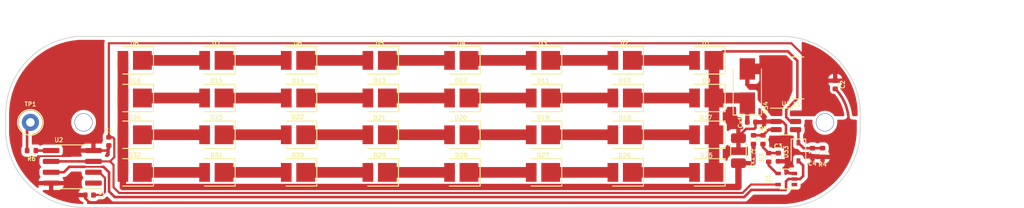
<source format=kicad_pcb>
(kicad_pcb (version 20211014) (generator pcbnew)
  (layers (0 "F.Cu" signal) (31 "B.Cu" signal) (34 "B.Paste" user) (35 "F.Paste" user) (36 "B.SilkS" user "B.Silkscreen") (37 "F.SilkS" user "F.Silkscreen") (38 "B.Mask" user) (39 "F.Mask" user) (44 "Edge.Cuts" user))
  (net 0 "")
  (net 1 "Net-(C4-Pad1)")
  (net 2 "GND")
  (net 3 "+5V")
  (net 4 "Net-(D1-Pad1)")
  (net 5 "Net-(D2-Pad1)")
  (net 6 "Net-(D3-Pad1)")
  (net 7 "Net-(D4-Pad1)")
  (net 8 "Net-(D5-Pad1)")
  (net 9 "Net-(D6-Pad1)")
  (net 10 "Net-(D14-Pad1)")
  (net 11 "Net-(D7-Pad1)")
  (net 12 "Net-(D10-Pad2)")
  (net 13 "Net-(D10-Pad1)")
  (net 14 "Net-(D11-Pad1)")
  (net 15 "Net-(D16-Pad1)")
  (net 16 "Net-(C5-Pad1)")
  (net 17 "Net-(D15-Pad1)")
  (net 18 "Net-(Cx1-Pad1)")
  (net 19 "Net-(R6-Pad2)")
  (net 21 "Net-(R6-Pad1)")
  (net 22 "Net-(C3-Pad1)")
  (net 23 "Net-(D12-Pad1)")
  (net 24 "Net-(R1-Pad2)")
  (net 26 "Net-(D13-Pad1)")
  (net 27 "Net-(D17-Pad1)")
  (net 28 "Net-(D19-Pad1)")
  (net 29 "Net-(D18-Pad1)")
  (net 30 "Net-(D21-Pad1)")
  (net 31 "Net-(D23-Pad1)")
  (net 32 "Net-(D20-Pad1)")
  (net 33 "Net-(D25-Pad1)")
  (net 34 "Net-(D22-Pad1)")
  (net 35 "Net-(D27-Pad1)")
  (net 36 "Net-(D29-Pad1)")
  (net 37 "Net-(D30-Pad1)")
  (net 38 "Net-(R3-Pad1)")
  (net 39 "Net-(D31-Pad1)")
  (net 40 "Net-(D33-Pad2)")
  (net 41 "Net-(D34-Pad2)")
  (net 42 "Net-(D28-Pad1)")
  (net 43 "Net-(D26-Pad1)")
  (footprint "LED_SMD:LED_2835" (layer "F.Cu") (at 113 49.55 180)
    (fp_text reference "D25" (at -0.016116 1.979899) (layer "F.SilkS") (effects (font (size 0.5 0.5) (thickness 0.1))))
    (fp_text value "660nm")
    (pad "1" smd rect (at 1.375 0 180) (size 1.25 2.2) (layers "F.Cu" "F.Paste" "F.Mask") (net 33 "Net-(D25-Pad1)"))
    (pad "2" smd rect (at -0.9 0 180) (size 2.2 2.2) (layers "F.Cu" "F.Paste" "F.Mask") (net 18 "Net-(Cx1-Pad1)"))
  )
  (footprint "LED_SMD:LED_2835" (layer "F.Cu") (at 65.25 36.45 180)
    (fp_text reference "D6" (at 0.017678 1.997577) (layer "F.SilkS") (effects (font (size 0.5 0.5) (thickness 0.1))))
    (fp_text value "660nm")
    (pad "1" smd rect (at 1.375 0 180) (size 1.25 2.2) (layers "F.Cu" "F.Paste" "F.Mask") (net 9 "Net-(D6-Pad1)"))
    (pad "2" smd rect (at -0.9 0 180) (size 2.2 2.2) (layers "F.Cu" "F.Paste" "F.Mask") (net 8 "Net-(D5-Pad1)"))
  )
  (footprint "Resistor_SMD:R_0402_1005Metric" (layer "F.Cu") (at 34.075 47)
    (fp_text reference "R6" (at 0 0.95) (layer "F.SilkS") (effects (font (size 0.5 0.5) (thickness 0.1))))
    (fp_text value "5k")
    (pad "1" smd roundrect (at -0.51 0) (size 0.54 0.64) (layers "F.Cu" "F.Paste" "F.Mask") (net 21 "Net-(R6-Pad1)"))
    (pad "2" smd roundrect (at 0.51 0) (size 0.54 0.64) (layers "F.Cu" "F.Paste" "F.Mask") (net 19 "Net-(R6-Pad2)"))
  )
  (footprint "LED_SMD:LED_2835" (layer "F.Cu") (at 93.9 45.15 180)
    (fp_text reference "D19" (at -0.017678 1.997577) (layer "F.SilkS") (effects (font (size 0.5 0.5) (thickness 0.1))))
    (fp_text value "660nm")
    (pad "1" smd rect (at 1.375 0 180) (size 1.25 2.2) (layers "F.Cu" "F.Paste" "F.Mask") (net 28 "Net-(D19-Pad1)"))
    (pad "2" smd rect (at -0.9 0 180) (size 2.2 2.2) (layers "F.Cu" "F.Paste" "F.Mask") (net 29 "Net-(D18-Pad1)"))
  )
  (footprint "LED_SMD:LED_2835" (layer "F.Cu") (at 113 36.45 180)
    (fp_text reference "D1" (at 0.016116 2.015254) (layer "F.SilkS") (effects (font (size 0.5 0.5) (thickness 0.1))))
    (fp_text value "660nm")
    (pad "1" smd rect (at 1.375 0 180) (size 1.25 2.2) (layers "F.Cu" "F.Paste" "F.Mask") (net 4 "Net-(D1-Pad1)"))
    (pad "2" smd rect (at -0.9 0 180) (size 2.2 2.2) (layers "F.Cu" "F.Paste" "F.Mask") (net 18 "Net-(Cx1-Pad1)"))
  )
  (footprint "Package_TO_SOT_SMD:SOT-23-6" (layer "F.Cu") (at 122.3 43.6)
    (fp_text reference "U1" (at 0.02 -2.08 180) (layer "F.SilkS") (effects (font (size 0.5 0.5) (thickness 0.1))))
    (fp_text value "MT9284")
    (pad "1" smd roundrect (at -1.1375 -0.95) (size 1.325 0.6) (layers "F.Cu" "F.Paste" "F.Mask") (net 41 "Net-(D34-Pad2)"))
    (pad "2" smd roundrect (at -1.1375 0) (size 1.325 0.6) (layers "F.Cu" "F.Paste" "F.Mask") (net 2 "GND"))
    (pad "3" smd roundrect (at -1.1375 0.95) (size 1.325 0.6) (layers "F.Cu" "F.Paste" "F.Mask") (net 24 "Net-(R1-Pad2)"))
    (pad "4" smd roundrect (at 1.1375 0.95) (size 1.325 0.6) (layers "F.Cu" "F.Paste" "F.Mask") (net 1 "Net-(C4-Pad1)"))
    (pad "5" smd roundrect (at 1.1375 0) (size 1.325 0.6) (layers "F.Cu" "F.Paste" "F.Mask") (net 18 "Net-(Cx1-Pad1)"))
    (pad "6" smd roundrect (at 1.1375 -0.95) (size 1.325 0.6) (layers "F.Cu" "F.Paste" "F.Mask") (net 3 "+5V"))
  )
  (footprint "Resistor_SMD:R_0402_1005Metric" (layer "F.Cu") (at 126.6 47.225 90)
    (fp_text reference "R4" (at -1.4 0) (layer "F.SilkS") (effects (font (size 0.5 0.5) (thickness 0.1))))
    (fp_text value "100k")
    (pad "1" smd roundrect (at -0.51 0 90) (size 0.54 0.64) (layers "F.Cu" "F.Paste" "F.Mask") (net 2 "GND"))
    (pad "2" smd roundrect (at 0.51 0 90) (size 0.54 0.64) (layers "F.Cu" "F.Paste" "F.Mask") (net 1 "Net-(C4-Pad1)"))
  )
  (footprint "Package_SO:SOIC-8_3.9x4.9mm_P1.27mm" (layer "F.Cu") (at 38.85 48.9 180)
    (fp_text reference "U2" (at 1.575 3.15) (layer "F.SilkS") (effects (font (size 0.5 0.5) (thickness 0.1))))
    (fp_text value "JL8022W-L")
    (pad "1" smd roundrect (at -2.475 -1.905 180) (size 1.95 0.6) (layers "F.Cu" "F.Paste" "F.Mask"))
    (pad "2" smd roundrect (at -2.475 -0.635 180) (size 1.95 0.6) (layers "F.Cu" "F.Paste" "F.Mask") (net 16 "Net-(C5-Pad1)"))
    (pad "3" smd roundrect (at -2.475 0.635 180) (size 1.95 0.6) (layers "F.Cu" "F.Paste" "F.Mask") (net 3 "+5V"))
    (pad "4" smd roundrect (at -2.475 1.905 180) (size 1.95 0.6) (layers "F.Cu" "F.Paste" "F.Mask") (net 2 "GND"))
    (pad "5" smd roundrect (at 2.475 1.905 180) (size 1.95 0.6) (layers "F.Cu" "F.Paste" "F.Mask") (net 19 "Net-(R6-Pad2)"))
    (pad "6" smd roundrect (at 2.475 0.635 180) (size 1.95 0.6) (layers "F.Cu" "F.Paste" "F.Mask") (net 3 "+5V"))
    (pad "7" smd roundrect (at 2.475 -0.635 180) (size 1.95 0.6) (layers "F.Cu" "F.Paste" "F.Mask") (net 40 "Net-(D33-Pad2)"))
    (pad "8" smd roundrect (at 2.475 -1.905 180) (size 1.95 0.6) (layers "F.Cu" "F.Paste" "F.Mask") (net 2 "GND"))
  )
  (footprint "LED_SMD:LED_2835" (layer "F.Cu") (at 103.45 36.45 180)
    (fp_text reference "D2" (at 0.019239 2.05061) (layer "F.SilkS") (effects (font (size 0.5 0.5) (thickness 0.1))))
    (fp_text value "660nm")
    (pad "1" smd rect (at 1.375 0 180) (size 1.25 2.2) (layers "F.Cu" "F.Paste" "F.Mask") (net 5 "Net-(D2-Pad1)"))
    (pad "2" smd rect (at -0.9 0 180) (size 2.2 2.2) (layers "F.Cu" "F.Paste" "F.Mask") (net 4 "Net-(D1-Pad1)"))
  )
  (footprint "LED_SMD:LED_2835" (layer "F.Cu") (at 113 40.85 180)
    (fp_text reference "D9" (at 0.001561 1.997577) (layer "F.SilkS") (effects (font (size 0.5 0.5) (thickness 0.1))))
    (fp_text value "660nm")
    (pad "1" smd rect (at 1.375 0 180) (size 1.25 2.2) (layers "F.Cu" "F.Paste" "F.Mask") (net 12 "Net-(D10-Pad2)"))
    (pad "2" smd rect (at -0.9 0 180) (size 2.2 2.2) (layers "F.Cu" "F.Paste" "F.Mask") (net 18 "Net-(Cx1-Pad1)"))
  )
  (footprint "LED_SMD:LED_2835" (layer "F.Cu") (at 46.15 40.85 180)
    (fp_text reference "D16" (at 0.001561 1.997577) (layer "F.SilkS") (effects (font (size 0.5 0.5) (thickness 0.1))))
    (fp_text value "660nm")
    (pad "1" smd rect (at 1.375 0 180) (size 1.25 2.2) (layers "F.Cu" "F.Paste" "F.Mask") (net 15 "Net-(D16-Pad1)"))
    (pad "2" smd rect (at -0.9 0 180) (size 2.2 2.2) (layers "F.Cu" "F.Paste" "F.Mask") (net 17 "Net-(D15-Pad1)"))
  )
  (footprint "LED_SMD:LED_2835" (layer "F.Cu") (at 74.8 45.15 180)
    (fp_text reference "D21" (at 0.017678 1.997577) (layer "F.SilkS") (effects (font (size 0.5 0.5) (thickness 0.1))))
    (fp_text value "660nm")
    (pad "1" smd rect (at 1.375 0 180) (size 1.25 2.2) (layers "F.Cu" "F.Paste" "F.Mask") (net 30 "Net-(D21-Pad1)"))
    (pad "2" smd rect (at -0.9 0 180) (size 2.2 2.2) (layers "F.Cu" "F.Paste" "F.Mask") (net 32 "Net-(D20-Pad1)"))
  )
  (footprint "LED_SMD:LED_2835" (layer "F.Cu") (at 84.35 49.55 180)
    (fp_text reference "D28" (at 0 2.015254) (layer "F.SilkS") (effects (font (size 0.5 0.5) (thickness 0.1))))
    (fp_text value "660nm")
    (pad "1" smd rect (at 1.375 0 180) (size 1.25 2.2) (layers "F.Cu" "F.Paste" "F.Mask") (net 42 "Net-(D28-Pad1)"))
    (pad "2" smd rect (at -0.9 0 180) (size 2.2 2.2) (layers "F.Cu" "F.Paste" "F.Mask") (net 35 "Net-(D27-Pad1)"))
  )
  (footprint "MountingHole:MountingHole_2.1mm" (layer "F.Cu") (at 40.19 43.69)
    (fp_text reference "H2" hide)
    (fp_text value "MountingHole" hide)
    (pad "" np_thru_hole circle (at -0.02 0.01) (size 2.1 2.1) (drill 2) (layers F&B.Cu *.Mask))
  )
  (footprint "LED_SMD:LED_2835" (layer "F.Cu") (at 103.45 40.85 180)
    (fp_text reference "D10" (at 0 2.05061) (layer "F.SilkS") (effects (font (size 0.5 0.5) (thickness 0.1))))
    (fp_text value "660nm")
    (pad "1" smd rect (at 1.375 0 180) (size 1.25 2.2) (layers "F.Cu" "F.Paste" "F.Mask") (net 13 "Net-(D10-Pad1)"))
    (pad "2" smd rect (at -0.9 0 180) (size 2.2 2.2) (layers "F.Cu" "F.Paste" "F.Mask") (net 12 "Net-(D10-Pad2)"))
  )
  (footprint "TestPoint:TestPoint_Loop_D2.50mm_Drill1.0mm" (layer "F.Cu") (at 33.95 43.7)
    (fp_text reference "TP1" (at 0 -2.125) (layer "F.SilkS") (effects (font (size 0.5 0.5) (thickness 0.1))))
    (fp_text value "TestPoint")
    (pad "1" thru_hole circle (at 0 0) (size 2 2) (drill 1) (property pad_prop_testpoint) (layers *.Cu *.Mask) (net 21 "Net-(R6-Pad1)"))
  )
  (footprint "LED_SMD:LED_2835" (layer "F.Cu") (at 93.9 36.45 180)
    (fp_text reference "D3" (at 0.019239 2.015254) (layer "F.SilkS") (effects (font (size 0.5 0.5) (thickness 0.1))))
    (fp_text value "660nm")
    (pad "1" smd rect (at 1.375 0 180) (size 1.25 2.2) (layers "F.Cu" "F.Paste" "F.Mask") (net 6 "Net-(D3-Pad1)"))
    (pad "2" smd rect (at -0.9 0 180) (size 2.2 2.2) (layers "F.Cu" "F.Paste" "F.Mask") (net 5 "Net-(D2-Pad1)"))
  )
  (footprint "LED_SMD:LED_2835" (layer "F.Cu") (at 65.25 49.55 180)
    (fp_text reference "D30" (at 0.019239 2.015254) (layer "F.SilkS") (effects (font (size 0.5 0.5) (thickness 0.1))))
    (fp_text value "660nm")
    (pad "1" smd rect (at 1.375 0 180) (size 1.25 2.2) (layers "F.Cu" "F.Paste" "F.Mask") (net 37 "Net-(D30-Pad1)"))
    (pad "2" smd rect (at -0.9 0 180) (size 2.2 2.2) (layers "F.Cu" "F.Paste" "F.Mask") (net 36 "Net-(D29-Pad1)"))
  )
  (footprint "LED_SMD:LED_2835" (layer "F.Cu") (at 74.8 36.45 180)
    (fp_text reference "D5" (at -0.008058 2.007196) (layer "F.SilkS") (effects (font (size 0.5 0.5) (thickness 0.1))))
    (fp_text value "660nm")
    (pad "1" smd rect (at 1.375 0 180) (size 1.25 2.2) (layers "F.Cu" "F.Paste" "F.Mask") (net 8 "Net-(D5-Pad1)"))
    (pad "2" smd rect (at -0.9 0 180) (size 2.2 2.2) (layers "F.Cu" "F.Paste" "F.Mask") (net 7 "Net-(D4-Pad1)"))
  )
  (footprint "LED_SMD:LED_2835" (layer "F.Cu") (at 46.15 49.55 180)
    (fp_text reference "D32" (at 0.001561 2.032932) (layer "F.SilkS") (effects (font (size 0.5 0.5) (thickness 0.1))))
    (fp_text value "660nm")
    (pad "1" smd rect (at 1.375 0 180) (size 1.25 2.2) (layers "F.Cu" "F.Paste" "F.Mask") (net 15 "Net-(D16-Pad1)"))
    (pad "2" smd rect (at -0.9 0 180) (size 2.2 2.2) (layers "F.Cu" "F.Paste" "F.Mask") (net 39 "Net-(D31-Pad1)"))
  )
  (footprint "LED_SMD:LED_2835" (layer "F.Cu") (at 103.45 45.15 180)
    (fp_text reference "D18" (at -0.017678 1.997577) (layer "F.SilkS") (effects (font (size 0.5 0.5) (thickness 0.1))))
    (fp_text value "660nm")
    (pad "1" smd rect (at 1.375 0 180) (size 1.25 2.2) (layers "F.Cu" "F.Paste" "F.Mask") (net 29 "Net-(D18-Pad1)"))
    (pad "2" smd rect (at -0.9 0 180) (size 2.2 2.2) (layers "F.Cu" "F.Paste" "F.Mask") (net 27 "Net-(D17-Pad1)"))
  )
  (footprint "Capacitor_SMD:C_0402_1005Metric" (layer "F.Cu") (at 128.075 39.3 -90)
    (fp_text reference "C2" (at -0.025 -0.875 90) (layer "F.SilkS") (effects (font (size 0.5 0.5) (thickness 0.1))))
    (fp_text value "1u")
    (pad "1" smd roundrect (at -0.48 0 270) (size 0.56 0.62) (layers "F.Cu" "F.Paste" "F.Mask") (net 3 "+5V"))
    (pad "2" smd roundrect (at 0.48 0 270) (size 0.56 0.62) (layers "F.Cu" "F.Paste" "F.Mask") (net 2 "GND"))
  )
  (footprint "LED_SMD:LED_2835" (layer "F.Cu") (at 55.7 49.55 180)
    (fp_text reference "D31" (at -0.035355 2.015254) (layer "F.SilkS") (effects (font (size 0.5 0.5) (thickness 0.1))))
    (fp_text value "660nm")
    (pad "1" smd rect (at 1.375 0 180) (size 1.25 2.2) (layers "F.Cu" "F.Paste" "F.Mask") (net 39 "Net-(D31-Pad1)"))
    (pad "2" smd rect (at -0.9 0 180) (size 2.2 2.2) (layers "F.Cu" "F.Paste" "F.Mask") (net 37 "Net-(D30-Pad1)"))
  )
  (footprint "LED_SMD:LED_2835" (layer "F.Cu") (at 74.8 49.55 180)
    (fp_text reference "D29" (at 0 2.015254) (layer "F.SilkS") (effects (font (size 0.5 0.5) (thickness 0.1))))
    (fp_text value "660nm")
    (pad "1" smd rect (at 1.375 0 180) (size 1.25 2.2) (layers "F.Cu" "F.Paste" "F.Mask") (net 36 "Net-(D29-Pad1)"))
    (pad "2" smd rect (at -0.9 0 180) (size 2.2 2.2) (layers "F.Cu" "F.Paste" "F.Mask") (net 42 "Net-(D28-Pad1)"))
  )
  (footprint "LED_SMD:LED_2835" (layer "F.Cu") (at 84.35 36.45 180)
    (fp_text reference "D4" (at 0.019239 2.015254) (layer "F.SilkS") (effects (font (size 0.5 0.5) (thickness 0.1))))
    (fp_text value "660nm")
    (pad "1" smd rect (at 1.375 0 180) (size 1.25 2.2) (layers "F.Cu" "F.Paste" "F.Mask") (net 7 "Net-(D4-Pad1)"))
    (pad "2" smd rect (at -0.9 0 180) (size 2.2 2.2) (layers "F.Cu" "F.Paste" "F.Mask") (net 6 "Net-(D3-Pad1)"))
  )
  (footprint "LED_SMD:LED_2835" (layer "F.Cu") (at 93.9 40.85 180)
    (fp_text reference "D11" (at -0.035355 2.015254) (layer "F.SilkS") (effects (font (size 0.5 0.5) (thickness 0.1))))
    (fp_text value "660nm")
    (pad "1" smd rect (at 1.375 0 180) (size 1.25 2.2) (layers "F.Cu" "F.Paste" "F.Mask") (net 14 "Net-(D11-Pad1)"))
    (pad "2" smd rect (at -0.9 0 180) (size 2.2 2.2) (layers "F.Cu" "F.Paste" "F.Mask") (net 13 "Net-(D10-Pad1)"))
  )
  (footprint "LED_SMD:LED_2835" (layer "F.Cu") (at 84.35 45.15 180)
    (fp_text reference "D20" (at 0.053033 1.997577) (layer "F.SilkS") (effects (font (size 0.5 0.5) (thickness 0.1))))
    (fp_text value "660nm")
    (pad "1" smd rect (at 1.375 0 180) (size 1.25 2.2) (layers "F.Cu" "F.Paste" "F.Mask") (net 32 "Net-(D20-Pad1)"))
    (pad "2" smd rect (at -0.9 0 180) (size 2.2 2.2) (layers "F.Cu" "F.Paste" "F.Mask") (net 28 "Net-(D19-Pad1)"))
  )
  (footprint "Resistor_SMD:R_1206_3216Metric" (layer "F.Cu") (at 116.76 47.01 -90)
    (fp_text reference "Rx1" (at 1.43 -1.6 90) (layer "F.SilkS") (effects (font (size 0.5 0.5) (thickness 0.1))))
    (fp_text value "100m")
    (pad "1" smd roundrect (at -1.4625 0 270) (size 1.125 1.75) (layers "F.Cu" "F.Paste" "F.Mask") (roundrect_rratio 0.222222) (net 2 "GND"))
    (pad "2" smd roundrect (at 1.4625 0 270) (size 1.125 1.75) (layers "F.Cu" "F.Paste" "F.Mask") (roundrect_rratio 0.222222) (net 15 "Net-(D16-Pad1)"))
  )
  (footprint "LED_SMD:LED_2835" (layer "F.Cu") (at 55.7 45.15 180)
    (fp_text reference "D23" (at 0 2.015254) (layer "F.SilkS") (effects (font (size 0.5 0.5) (thickness 0.1))))
    (fp_text value "660nm")
    (pad "1" smd rect (at 1.375 0 180) (size 1.25 2.2) (layers "F.Cu" "F.Paste" "F.Mask") (net 31 "Net-(D23-Pad1)"))
    (pad "2" smd rect (at -0.9 0 180) (size 2.2 2.2) (layers "F.Cu" "F.Paste" "F.Mask") (net 34 "Net-(D22-Pad1)"))
  )
  (footprint "Package_TO_SOT_SMD:SOT-353_SC-70-5" (layer "F.Cu") (at 122.35 50.325 180)
    (fp_text reference "U3" (at 2.1 -0.025 90) (layer "F.SilkS") (effects (font (size 0.5 0.5) (thickness 0.1))))
    (fp_text value "74LVC1G04")
    (pad "1" smd rect locked (at -0.95 -0.65 180) (size 0.65 0.4) (layers "F.Cu" "F.Paste" "F.Mask"))
    (pad "2" smd rect locked (at -0.95 0 180) (size 0.65 0.4) (layers "F.Cu" "F.Paste" "F.Mask") (net 40 "Net-(D33-Pad2)"))
    (pad "3" smd rect locked (at -0.95 0.65 180) (size 0.65 0.4) (layers "F.Cu" "F.Paste" "F.Mask") (net 2 "GND"))
    (pad "4" smd rect locked (at 0.95 0.65 180) (size 0.65 0.4) (layers "F.Cu" "F.Paste" "F.Mask") (net 38 "Net-(R3-Pad1)"))
    (pad "5" smd rect locked (at 0.95 -0.65 180) (size 0.65 0.4) (layers "F.Cu" "F.Paste" "F.Mask") (net 3 "+5V"))
  )
  (footprint "LED_SMD:LED_2835" (layer "F.Cu") (at 65.25 40.85 180)
    (fp_text reference "D14" (at 0 2.015254) (layer "F.SilkS") (effects (font (size 0.5 0.5) (thickness 0.1))))
    (fp_text value "660nm")
    (pad "1" smd rect (at 1.375 0 180) (size 1.25 2.2) (layers "F.Cu" "F.Paste" "F.Mask") (net 10 "Net-(D14-Pad1)"))
    (pad "2" smd rect (at -0.9 0 180) (size 2.2 2.2) (layers "F.Cu" "F.Paste" "F.Mask") (net 26 "Net-(D13-Pad1)"))
  )
  (footprint "Capacitor_SMD:C_0402_1005Metric" (layer "F.Cu") (at 125.425 47.2 -90)
    (fp_text reference "C4" (at 1.3 0.025) (layer "F.SilkS") (effects (font (size 0.5 0.5) (thickness 0.1))))
    (fp_text value "1n")
    (pad "1" smd roundrect (at -0.48 0 270) (size 0.56 0.62) (layers "F.Cu" "F.Paste" "F.Mask") (net 1 "Net-(C4-Pad1)"))
    (pad "2" smd roundrect (at 0.48 0 270) (size 0.56 0.62) (layers "F.Cu" "F.Paste" "F.Mask") (net 2 "GND"))
  )
  (footprint "LED_SMD:LED_2835" (layer "F.Cu") (at 74.8 40.85 180)
    (fp_text reference "D13" (at 0.001561 2.032932) (layer "F.SilkS") (effects (font (size 0.5 0.5) (thickness 0.1))))
    (fp_text value "660nm")
    (pad "1" smd rect (at 1.375 0 180) (size 1.25 2.2) (layers "F.Cu" "F.Paste" "F.Mask") (net 26 "Net-(D13-Pad1)"))
    (pad "2" smd rect (at -0.9 0 180) (size 2.2 2.2) (layers "F.Cu" "F.Paste" "F.Mask") (net 23 "Net-(D12-Pad1)"))
  )
  (footprint "LED_SMD:LED_2835" (layer "F.Cu") (at 103.45 49.55 180)
    (fp_text reference "D26" (at 0 1.979899) (layer "F.SilkS") (effects (font (size 0.5 0.5) (thickness 0.1))))
    (fp_text value "660nm")
    (pad "1" smd rect (at 1.375 0 180) (size 1.25 2.2) (layers "F.Cu" "F.Paste" "F.Mask") (net 43 "Net-(D26-Pad1)"))
    (pad "2" smd rect (at -0.9 0 180) (size 2.2 2.2) (layers "F.Cu" "F.Paste" "F.Mask") (net 33 "Net-(D25-Pad1)"))
  )
  (footprint "Inductor_SMD:L_0530_custom" (layer "F.Cu") (at 123.625 38.6 180)
    (fp_text reference "L1" (at 0.01 -2.97) (layer "F.SilkS") (effects (font (size 0.5 0.5) (thickness 0.1))))
    (fp_text value "L_Ferrite_Small")
    (pad "1" smd rect (at -2 0 180) (size 2.9 2.75) (layers "F.Cu" "F.Paste" "F.Mask") (net 3 "+5V"))
    (pad "2" smd rect (at 2 0 180) (size 2.9 2.75) (layers "F.Cu" "F.Paste" "F.Mask") (net 41 "Net-(D34-Pad2)"))
  )
  (footprint "LED_SMD:LED_2835" (layer "F.Cu") (at 93.9 49.55 180)
    (fp_text reference "D27" (at 0.001561 1.997577) (layer "F.SilkS") (effects (font (size 0.5 0.5) (thickness 0.1))))
    (fp_text value "660nm")
    (pad "1" smd rect (at 1.375 0 180) (size 1.25 2.2) (layers "F.Cu" "F.Paste" "F.Mask") (net 35 "Net-(D27-Pad1)"))
    (pad "2" smd rect (at -0.9 0 180) (size 2.2 2.2) (layers "F.Cu" "F.Paste" "F.Mask") (net 43 "Net-(D26-Pad1)"))
  )
  (footprint "LED_SMD:LED_2835" (layer "F.Cu") (at 55.7 40.85 180)
    (fp_text reference "D15" (at -0.001561 2.032932) (layer "F.SilkS") (effects (font (size 0.5 0.5) (thickness 0.1))))
    (fp_text value "660nm")
    (pad "1" smd rect (at 1.375 0 180) (size 1.25 2.2) (layers "F.Cu" "F.Paste" "F.Mask") (net 17 "Net-(D15-Pad1)"))
    (pad "2" smd rect (at -0.9 0 180) (size 2.2 2.2) (layers "F.Cu" "F.Paste" "F.Mask") (net 10 "Net-(D14-Pad1)"))
  )
  (footprint "LED_SMD:LED_2835" (layer "F.Cu") (at 113 45.15 180)
    (fp_text reference "D17" (at 0.035355 2.015254) (layer "F.SilkS") (effects (font (size 0.5 0.5) (thickness 0.1))))
    (fp_text value "660nm")
    (pad "1" smd rect (at 1.375 0 180) (size 1.25 2.2) (layers "F.Cu" "F.Paste" "F.Mask") (net 27 "Net-(D17-Pad1)"))
    (pad "2" smd rect (at -0.9 0 180) (size 2.2 2.2) (layers "F.Cu" "F.Paste" "F.Mask") (net 18 "Net-(Cx1-Pad1)"))
  )
  (footprint "Diode_SMD:D_SMA" (layer "F.Cu") (at 117.8 39.45 90)
    (fp_text reference "D34" (at -2.525 2.15 90) (layer "F.SilkS") (effects (font (size 0.5 0.5) (thickness 0.1))))
    (fp_text value "SS14")
    (pad "1" smd rect (at -2 0 90) (size 2.5 1.8) (layers "F.Cu" "F.Paste" "F.Mask") (net 18 "Net-(Cx1-Pad1)"))
    (pad "2" smd rect (at 2 0 90) (size 2.5 1.8) (layers "F.Cu" "F.Paste" "F.Mask") (net 41 "Net-(D34-Pad2)"))
  )
  (footprint "Capacitor_SMD:C_0402_1005Metric" (layer "F.Cu") (at 43.125 45.925 90)
    (fp_text reference "C1" (at 1.275 0) (layer "F.SilkS") (effects (font (size 0.5 0.5) (thickness 0.1))))
    (fp_text value "1u")
    (pad "1" smd roundrect (at -0.48 0 90) (size 0.56 0.62) (layers "F.Cu" "F.Paste" "F.Mask") (net 2 "GND"))
    (pad "2" smd roundrect (at 0.48 0 90) (size 0.56 0.62) (layers "F.Cu" "F.Paste" "F.Mask") (net 3 "+5V"))
  )
  (footprint "LED_SMD:LED_2835" (layer "F.Cu") (at 46.15 36.45 180)
    (fp_text reference "D8" (at 0.016116 2.015254) (layer "F.SilkS") (effects (font (size 0.5 0.5) (thickness 0.1))))
    (fp_text value "660nm")
    (pad "1" smd rect (at 1.375 0 180) (size 1.25 2.2) (layers "F.Cu" "F.Paste" "F.Mask") (net 15 "Net-(D16-Pad1)"))
    (pad "2" smd rect (at -0.9 0 180) (size 2.2 2.2) (layers "F.Cu" "F.Paste" "F.Mask") (net 11 "Net-(D7-Pad1)"))
  )
  (footprint "Resistor_SMD:R_0402_1005Metric" (layer "F.Cu") (at 119.63 45.725 -90)
    (fp_text reference "R2" (at -1.25 -0.025) (layer "F.SilkS") (effects (font (size 0.5 0.5) (thickness 0.1))))
    (fp_text value "10k")
    (pad "1" smd roundrect (at -0.51 0 270) (size 0.54 0.64) (layers "F.Cu" "F.Paste" "F.Mask") (net 24 "Net-(R1-Pad2)"))
    (pad "2" smd roundrect (at 0.51 0 270) (size 0.54 0.64) (layers "F.Cu" "F.Paste" "F.Mask") (net 22 "Net-(C3-Pad1)"))
  )
  (footprint "Resistor_SMD:R_0402_1005Metric" (layer "F.Cu") (at 118.52 45.725 90)
    (fp_text reference "R1" (at -1.375 0.01 180) (layer "F.SilkS") (effects (font (size 0.5 0.5) (thickness 0.1))))
    (fp_text value "5k")
    (pad "1" smd roundrect (at -0.51 0 90) (size 0.54 0.64) (layers "F.Cu" "F.Paste" "F.Mask") (net 15 "Net-(D16-Pad1)"))
    (pad "2" smd roundrect (at 0.51 0 90) (size 0.54 0.64) (layers "F.Cu" "F.Paste" "F.Mask") (net 24 "Net-(R1-Pad2)"))
  )
  (footprint "Capacitor_SMD:C_0402_1005Metric" (layer "F.Cu") (at 118.275 43.675)
    (fp_text reference "Cx1" (at -1.275 0.025 90) (layer "F.SilkS") (effects (font (size 0.5 0.5) (thickness 0.1))))
    (fp_text value "1u")
    (pad "1" smd roundrect (at -0.48 0) (size 0.56 0.62) (layers "F.Cu" "F.Paste" "F.Mask") (net 18 "Net-(Cx1-Pad1)"))
    (pad "2" smd roundrect (at 0.48 0) (size 0.56 0.62) (layers "F.Cu" "F.Paste" "F.Mask") (net 2 "GND"))
  )
  (footprint "Resistor_SMD:R_0402_1005Metric" (layer "F.Cu") (at 120.3 47.8 90)
    (fp_text reference "R3" (at 0.01 -0.8 90) (layer "F.SilkS") (effects (font (size 0.5 0.5) (thickness 0.1))))
    (fp_text value "10k")
    (pad "1" smd roundrect (at -0.51 0 90) (size 0.54 0.64) (layers "F.Cu" "F.Paste" "F.Mask") (net 38 "Net-(R3-Pad1)"))
    (pad "2" smd roundrect (at 0.51 0 90) (size 0.54 0.64) (layers "F.Cu" "F.Paste" "F.Mask") (net 22 "Net-(C3-Pad1)"))
  )
  (footprint "Capacitor_SMD:C_0402_1005Metric" (layer "F.Cu") (at 121.425 47.775 -90)
    (fp_text reference "C3" (at -1.275 0.025) (layer "F.SilkS") (effects (font (size 0.5 0.5) (thickness 0.1))))
    (fp_text value "1u")
    (pad "1" smd roundrect (at -0.48 0 270) (size 0.56 0.62) (layers "F.Cu" "F.Paste" "F.Mask") (net 22 "Net-(C3-Pad1)"))
    (pad "2" smd roundrect (at 0.48 0 270) (size 0.56 0.62) (layers "F.Cu" "F.Paste" "F.Mask") (net 2 "GND"))
  )
  (footprint "LED_SMD:LED_2835" (layer "F.Cu") (at 46.15 45.15 180)
    (fp_text reference "D24" (at -0.016116 1.979899) (layer "F.SilkS") (effects (font (size 0.5 0.5) (thickness 0.1))))
    (fp_text value "660nm")
    (pad "1" smd rect (at 1.375 0 180) (size 1.25 2.2) (layers "F.Cu" "F.Paste" "F.Mask") (net 15 "Net-(D16-Pad1)"))
    (pad "2" smd rect (at -0.9 0 180) (size 2.2 2.2) (layers "F.Cu" "F.Paste" "F.Mask") (net 31 "Net-(D23-Pad1)"))
  )
  (footprint "Capacitor_SMD:C_0402_1005Metric" (layer "F.Cu") (at 40.85 52.2 180)
    (fp_text reference "C5" (at -1.425 0 90) (layer "F.SilkS") (effects (font (size 0.5 0.5) (thickness 0.1))))
    (fp_text value "10n")
    (pad "1" smd roundrect (at -0.48 0 180) (size 0.56 0.62) (layers "F.Cu" "F.Paste" "F.Mask") (net 16 "Net-(C5-Pad1)"))
    (pad "2" smd roundrect (at 0.48 0 180) (size 0.56 0.62) (layers "F.Cu" "F.Paste" "F.Mask") (net 2 "GND"))
  )
  (footprint "LED_SMD:LED_2835" (layer "F.Cu") (at 84.35 40.85 180)
    (fp_text reference "D12" (at 0.035355 2.05061) (layer "F.SilkS") (effects (font (size 0.5 0.5) (thickness 0.1))))
    (fp_text value "660nm")
    (pad "1" smd rect (at 1.375 0 180) (size 1.25 2.2) (layers "F.Cu" "F.Paste" "F.Mask") (net 23 "Net-(D12-Pad1)"))
    (pad "2" smd rect (at -0.9 0 180) (size 2.2 2.2) (layers "F.Cu" "F.Paste" "F.Mask") (net 14 "Net-(D11-Pad1)"))
  )
  (footprint "MountingHole:MountingHole_2.1mm" (layer "F.Cu") (at 126.87 43.7)
    (fp_text reference "H1" hide)
    (fp_text value "MountingHole" hide)
    (pad "" np_thru_hole circle (at 0 0) (size 2.1 2.1) (drill 2) (layers F&B.Cu *.Mask))
  )
  (footprint "Diode_SMD:D_SOD-323" (layer "F.Cu") (at 123.775 47.15 -90)
    (fp_text reference "D33" (at 0 1.455 90) (layer "F.SilkS") (effects (font (size 0.5 0.5) (thickness 0.1))))
    (fp_text value "1N4148WS")
    (pad "1" smd rect (at -1.05 0 270) (size 0.6 0.45) (layers "F.Cu" "F.Paste" "F.Mask") (net 1 "Net-(C4-Pad1)"))
    (pad "2" smd rect (at 1.05 0 270) (size 0.6 0.45) (layers "F.Cu" "F.Paste" "F.Mask") (net 40 "Net-(D33-Pad2)"))
  )
  (footprint "LED_SMD:LED_2835" (layer "F.Cu") (at 65.25 45.15 180)
    (fp_text reference "D22" (at 0.033794 2.068287) (layer "F.SilkS") (effects (font (size 0.5 0.5) (thickness 0.1))))
    (fp_text value "660nm")
    (pad "1" smd rect (at 1.375 0 180) (size 1.25 2.2) (layers "F.Cu" "F.Paste" "F.Mask") (net 34 "Net-(D22-Pad1)"))
    (pad "2" smd rect (at -0.9 0 180) (size 2.2 2.2) (layers "F.Cu" "F.Paste" "F.Mask") (net 30 "Net-(D21-Pad1)"))
  )
  (footprint "LED_SMD:LED_2835" (layer "F.Cu") (at 55.7 36.45 180)
    (fp_text reference "D7" (at 0.019239 1.979899) (layer "F.SilkS") (effects (font (size 0.5 0.5) (thickness 0.1))))
    (fp_text value "660nm")
    (pad "1" smd rect (at 1.375 0 180) (size 1.25 2.2) (layers "F.Cu" "F.Paste" "F.Mask") (net 11 "Net-(D7-Pad1)"))
    (pad "2" smd rect (at -0.9 0 180) (size 2.2 2.2) (layers "F.Cu" "F.Paste" "F.Mask") (net 9 "Net-(D6-Pad1)"))
  )
  (gr_arc (start 122.1 33.650001) (mid 128.221885 36.219794) (end 131 42.25) (layer "Edge.Cuts") (width 0.1))
  (gr_line (start 31.06 42.55) (end 31.06 45.07) (layer "Edge.Cuts") (width 0.1))
  (gr_line (start 122.400001 53.628115) (end 39.96 53.649999) (layer "Edge.Cuts") (width 0.1))
  (gr_line (start 39.659999 33.65) (end 122.1 33.650001) (layer "Edge.Cuts") (width 0.1))
  (gr_line (start 131 42.25) (end 131 44.728115) (layer "Edge.Cuts") (width 0.1))
  (gr_arc (start 39.96 53.649999) (mid 33.844874 51.087228) (end 31.06 45.07) (layer "Edge.Cuts") (width 0.1))
  (gr_arc (start 131 44.728115) (mid 128.430207 50.85) (end 122.400001 53.628115) (layer "Edge.Cuts") (width 0.1))
  (gr_arc (start 31.06 42.55) (mid 33.629793 36.428115) (end 39.659999 33.65) (layer "Edge.Cuts") (width 0.1))
  (segment (start 124.395 46.72) (end 125.425 46.72) (width 0.3) (layer "F.Cu") (net 1))
  (segment (start 123.4375 44.55) (end 123.775 44.8875) (width 0.3) (layer "F.Cu") (net 1))
  (segment (start 123.775 46.1) (end 124.395 46.72) (width 0.3) (layer "F.Cu") (net 1))
  (segment (start 125.425 46.72) (end 126.595 46.72) (width 0.3) (layer "F.Cu") (net 1))
  (segment (start 126.595 46.72) (end 126.6 46.715) (width 0.3) (layer "F.Cu") (net 1))
  (segment (start 123.775 44.8875) (end 123.775 46.1) (width 0.3) (layer "F.Cu") (net 1))
  (segment (start 121.1625 43.6) (end 121.9 43.6) (width 0.3) (layer "F.Cu") (net 2))
  (segment (start 127.039462 47.735) (end 126.6 47.735) (width 0.3) (layer "F.Cu") (net 2))
  (segment (start 38.625 47.65) (end 39.28 46.995) (width 0.2) (layer "F.Cu") (net 2))
  (segment (start 34.825 50.805) (end 36.375 50.805) (width 0.2) (layer "F.Cu") (net 2))
  (segment (start 118.62 44.46) (end 118.755 44.325) (width 0.3) (layer "F.Cu") (net 2))
  (segment (start 122.32 49.245) (end 122.75 49.675) (width 0.3) (layer "F.Cu") (net 2))
  (segment (start 122.625 47.205) (end 122.74 47.32) (width 0.3) (layer "F.Cu") (net 2))
  (segment (start 39.4 52.2) (end 40.37 52.2) (width 0.3) (layer "F.Cu") (net 2))
  (segment (start 122.74 47.32) (end 125.065 47.32) (width 0.3) (layer "F.Cu") (net 2))
  (segment (start 128.341852 47.083147) (end 128.15 47.275) (width 0.3) (layer "F.Cu") (net 2))
  (segment (start 122.32 46.9) (end 122.625 47.205) (width 0.3) (layer "F.Cu") (net 2))
  (segment (start 43.125 46.775) (end 42.9 47) (width 0.3) (layer "F.Cu") (net 2))
  (segment (start 129.65 43.582386) (end 129.65 43.925) (width 0.3) (layer "F.Cu") (net 2))
  (segment (start 34.825 47.65) (end 38.625 47.65) (width 0.2) (layer "F.Cu") (net 2))
  (segment (start 39.28 46.995) (end 41.325 46.995) (width 0.2) (layer "F.Cu") (net 2))
  (segment (start 40.9 53.1) (end 122.137564 53.1) (width 0.3) (layer "F.Cu") (net 2))
  (segment (start 117.65 44.46) (end 118.62 44.46) (width 0.3) (layer "F.Cu") (net 2))
  (segment (start 125.425 49.3883) (end 125.425 47.68) (width 0.3) (layer "F.Cu") (net 2))
  (segment (start 41.33 47) (end 41.325 46.995) (width 0.3) (layer "F.Cu") (net 2))
  (segment (start 122.295 48.255) (end 122.32 48.23) (width 0.3) (layer "F.Cu") (net 2))
  (segment (start 40.37 52.2) (end 40.37 52.57) (width 0.3) (layer "F.Cu") (net 2))
  (segment (start 118.755 44.325) (end 118.755 43.675) (width 0.3) (layer "F.Cu") (net 2))
  (segment (start 125.065 47.32) (end 125.425 47.68) (width 0.3) (layer "F.Cu") (net 2))
  (segment (start 116.76 45.35) (end 117.65 44.46) (width 0.3) (layer "F.Cu") (net 2))
  (segment (start 126.6 47.735) (end 125.48 47.735) (width 0.3) (layer "F.Cu") (net 2))
  (segment (start 42.9 47) (end 41.33 47) (width 0.3) (layer "F.Cu") (net 2))
  (segment (start 121.425 48.255) (end 122.295 48.255) (width 0.3) (layer "F.Cu") (net 2))
  (segment (start 121.9 43.6) (end 122.32 44.02) (width 0.3) (layer "F.Cu") (net 2))
  (segment (start 116.76 45.5475) (end 116.76 45.35) (width 0.3) (layer "F.Cu") (net 2))
  (segment (start 122.32 44.02) (end 122.32 46.9) (width 0.3) (layer "F.Cu") (net 2))
  (segment (start 125.48 47.735) (end 125.425 47.68) (width 0.3) (layer "F.Cu") (net 2))
  (segment (start 122.32 48.23) (end 122.32 49.245) (width 0.3) (layer "F.Cu") (net 2))
  (segment (start 43.125 46.405) (end 43.125 46.775) (width 0.3) (layer "F.Cu") (net 2))
  (segment (start 122.32 46.9) (end 122.32 48.23) (width 0.3) (layer "F.Cu") (net 2))
  (segment (start 40.37 52.57) (end 40.9 53.1) (width 0.3) (layer "F.Cu") (net 2))
  (segment (start 34.825 50.805) (end 34.825 47.65) (width 0.2) (layer "F.Cu") (net 2))
  (segment (start 118.755 43.675) (end 121.0875 43.675) (width 0.3) (layer "F.Cu") (net 2))
  (segment (start 121.0875 43.675) (end 121.1625 43.6) (width 0.3) (layer "F.Cu") (net 2))
  (segment (start 36.375 50.805) (end 38.005 50.805) (width 0.3) (layer "F.Cu") (net 2))
  (segment (start 38.005 50.805) (end 39.4 52.2) (width 0.3) (layer "F.Cu") (net 2))
  (segment (start 122.75 49.675) (end 123.3 49.675) (width 0.3) (layer "F.Cu") (net 2))
  (arc (start 128.075 39.78) (mid 129.240671 41.52455) (end 129.65 43.582386) (width 0.3) (layer "F.Cu") (net 2))
  (arc (start 124.25 52.225) (mid 125.119628 50.923511) (end 125.425 49.3883) (width 0.3) (layer "F.Cu") (net 2))
  (arc (start 128.15 47.275) (mid 127.640481 47.61545) (end 127.039462 47.735) (width 0.3) (layer "F.Cu") (net 2))
  (arc (start 122.137564 53.1) (mid 123.280806 52.872595) (end 124.25 52.225) (width 0.3) (layer "F.Cu") (net 2))
  (arc (start 129.65 43.925) (mid 129.310024 45.634177) (end 128.341852 47.083147) (width 0.3) (layer "F.Cu") (net 2))
  (segment (start 43.125 45.445) (end 43.57 45.445) (width 0.25) (layer "F.Cu") (net 3))
  (segment (start 118.225 50.975) (end 117.24048 51.95952) (width 0.25) (layer "F.Cu") (net 3))
  (segment (start 43.125 45.445) (end 43.125 34.45) (width 0.25) (layer "F.Cu") (net 3))
  (segment (start 121.4 50.975) (end 118.225 50.975) (width 0.25) (layer "F.Cu") (net 3))
  (segment (start 41.325 48.265) (end 39.66 48.265) (width 0.3) (layer "F.Cu") (net 3))
  (segment (start 43.75952 45.63452) (end 43.75952 47.77048) (width 0.25) (layer "F.Cu") (net 3))
  (segment (start 123.4375 42.65) (end 123.99 42.65) (width 0.3) (layer "F.Cu") (net 3))
  (segment (start 43.75952 47.77048) (end 43.265 48.265) (width 0.25) (layer "F.Cu") (net 3))
  (segment (start 43.675 48.675) (end 43.265 48.265) (width 0.25) (layer "F.Cu") (net 3))
  (segment (start 39.66 48.265) (end 38.09 48.265) (width 0.3) (layer "F.Cu") (net 3))
  (segment (start 117.24048 51.95952) (end 44.33452 51.95952) (width 0.25) (layer "F.Cu") (net 3))
  (segment (start 122.95 34.45) (end 125.625 37.125) (width 0.25) (layer "F.Cu") (net 3))
  (segment (start 123.99 42.65) (end 125.625 41.015) (width 0.3) (layer "F.Cu") (net 3))
  (segment (start 125.625 37.125) (end 125.625 38.6) (width 0.25) (layer "F.Cu") (net 3))
  (segment (start 43.675 51.3) (end 43.675 48.675) (width 0.25) (layer "F.Cu") (net 3))
  (segment (start 38.09 48.265) (end 36.375 48.265) (width 0.3) (layer "F.Cu") (net 3))
  (segment (start 43.265 48.265) (end 41.325 48.265) (width 0.25) (layer "F.Cu") (net 3))
  (segment (start 128.075 38.82) (end 126.156126 38.82) (width 0.3) (layer "F.Cu") (net 3))
  (segment (start 125.625 41.015) (end 125.625 38.6) (width 0.3) (layer "F.Cu") (net 3))
  (segment (start 43.57 45.445) (end 43.75952 45.63452) (width 0.25) (layer "F.Cu") (net 3))
  (segment (start 44.33452 51.95952) (end 43.675 51.3) (width 0.25) (layer "F.Cu") (net 3))
  (segment (start 43.125 34.45) (end 122.95 34.45) (width 0.25) (layer "F.Cu") (net 3))
  (arc (start 126.156126 38.82) (mid 125.868683 38.762824) (end 125.625 38.6) (width 0.3) (layer "F.Cu") (net 3))
  (segment (start 104.35 36.45) (end 111.625 36.45) (width 1.25) (layer "F.Cu") (net 4))
  (segment (start 94.8 36.45) (end 102.075 36.45) (width 1.25) (layer "F.Cu") (net 5))
  (segment (start 85.25 36.45) (end 92.525 36.45) (width 1.25) (layer "F.Cu") (net 6))
  (segment (start 75.7 36.45) (end 82.975 36.45) (width 1.25) (layer "F.Cu") (net 7))
  (segment (start 66.15 36.45) (end 73.425 36.45) (width 1.25) (layer "F.Cu") (net 8))
  (segment (start 56.6 36.45) (end 63.875 36.45) (width 1.25) (layer "F.Cu") (net 9))
  (segment (start 56.6 40.85) (end 63.875 40.85) (width 1.25) (layer "F.Cu") (net 10))
  (segment (start 47.05 36.45) (end 54.325 36.45) (width 1.25) (layer "F.Cu") (net 11))
  (segment (start 104.35 40.85) (end 111.625 40.85) (width 1.25) (layer "F.Cu") (net 12))
  (segment (start 94.8 40.85) (end 102.075 40.85) (width 1.25) (layer "F.Cu") (net 13))
  (segment (start 85.25 40.85) (end 92.525 40.85) (width 1.25) (layer "F.Cu") (net 14))
  (segment (start 44.775 51.26) (end 44.775 49.55) (width 0.75) (layer "F.Cu") (net 15))
  (segment (start 116.76 48.47) (end 116.76 48.4725) (width 0.5) (layer "F.Cu") (net 15))
  (segment (start 116.76 48.4725) (end 116.76 51.26) (width 0.75) (layer "F.Cu") (net 15))
  (segment (start 118.52 46.235) (end 118.52 48.47) (width 0.5) (layer "F.Cu") (net 15))
  (segment (start 116.76 51.26) (end 44.775 51.26) (width 0.75) (layer "F.Cu") (net 15))
  (segment (start 44.775 40.85) (end 44.775 45.15) (width 1.25) (layer "F.Cu") (net 15))
  (segment (start 118.52 48.47) (end 116.76 48.47) (width 0.5) (layer "F.Cu") (net 15))
  (segment (start 44.775 36.45) (end 44.775 40.85) (width 1.25) (layer "F.Cu") (net 15))
  (segment (start 44.775 45.15) (end 44.775 49.55) (width 1.25) (layer "F.Cu") (net 15))
  (segment (start 41.355 52.175) (end 41.33 52.2) (width 0.25) (layer "F.Cu") (net 16))
  (segment (start 41.325 49.535) (end 42.01 49.535) (width 0.25) (layer "F.Cu") (net 16))
  (segment (start 42.01 49.535) (end 42.675 50.2) (width 0.25) (layer "F.Cu") (net 16))
  (segment (start 42.325 52.175) (end 41.355 52.175) (width 0.25) (layer "F.Cu") (net 16))
  (segment (start 42.675 50.2) (end 42.675 51.825) (width 0.25) (layer "F.Cu") (net 16))
  (segment (start 42.675 51.825) (end 42.325 52.175) (width 0.25) (layer "F.Cu") (net 16))
  (segment (start 47.05 40.85) (end 54.325 40.85) (width 1.25) (layer "F.Cu") (net 17))
  (segment (start 122.55 35.4) (end 114.95 35.4) (width 0.3) (layer "F.Cu") (net 18))
  (segment (start 123.65 40.9) (end 123.65 36.5) (width 0.3) (layer "F.Cu") (net 18))
  (segment (start 114.95 35.4) (end 113.9 36.45) (width 0.3) (layer "F.Cu") (net 18))
  (segment (start 113.9 40.85) (end 113.9 45.15) (width 1.25) (layer "F.Cu") (net 18))
  (segment (start 113.9 40.85) (end 117.2 40.85) (width 1.25) (layer "F.Cu") (net 18))
  (segment (start 117.795 43.675) (end 117.795 41.455) (width 0.5) (layer "F.Cu") (net 18))
  (segment (start 122.35 43.1) (end 122.35 42.2) (width 0.3) (layer "F.Cu") (net 18))
  (segment (start 123.65 36.5) (end 122.55 35.4) (width 0.3) (layer "F.Cu") (net 18))
  (segment (start 117.795 41.455) (end 117.8 41.45) (width 0.5) (layer "F.Cu") (net 18))
  (segment (start 122.35 42.2) (end 123.65 40.9) (width 0.3) (layer "F.Cu") (net 18))
  (segment (start 122.85 43.6) (end 122.35 43.1) (width 0.3) (layer "F.Cu") (net 18))
  (segment (start 113.9 45.15) (end 113.9 49.55) (width 1.25) (layer "F.Cu") (net 18))
  (segment (start 117.2 40.85) (end 117.8 41.45) (width 1.25) (layer "F.Cu") (net 18))
  (segment (start 113.9 36.45) (end 113.9 40.85) (width 1.25) (layer "F.Cu") (net 18))
  (segment (start 123.4375 43.6) (end 122.85 43.6) (width 0.3) (layer "F.Cu") (net 18))
  (segment (start 34.585 47) (end 36.362929 47) (width 0.3) (layer "F.Cu") (net 19))
  (arc (start 36.362929 47) (mid 36.369462 46.9987) (end 36.375 46.995) (width 0.3) (layer "F.Cu") (net 19))
  (segment (start 33.565 47) (end 33.565 44.629472) (width 0.3) (layer "F.Cu") (net 21))
  (arc (start 33.565 44.629472) (mid 33.665058 44.126446) (end 33.95 43.7) (width 0.3) (layer "F.Cu") (net 21))
  (segment (start 119.63 46.235) (end 119.63 46.62) (width 0.3) (layer "F.Cu") (net 22))
  (segment (start 120.3 47.29) (end 121.42 47.29) (width 0.3) (layer "F.Cu") (net 22))
  (segment (start 121.42 47.29) (end 121.425 47.295) (width 0.3) (layer "F.Cu") (net 22))
  (segment (start 119.63 46.62) (end 120.3 47.29) (width 0.3) (layer "F.Cu") (net 22))
  (segment (start 75.7 40.85) (end 82.975 40.85) (width 1.25) (layer "F.Cu") (net 23))
  (segment (start 119.63 45.215) (end 118.52 45.215) (width 0.3) (layer "F.Cu") (net 24))
  (segment (start 120.295 44.55) (end 119.63 45.215) (width 0.3) (layer "F.Cu") (net 24))
  (segment (start 121.1625 44.55) (end 120.295 44.55) (width 0.3) (layer "F.Cu") (net 24))
  (segment (start 66.15 40.85) (end 73.425 40.85) (width 1.25) (layer "F.Cu") (net 26))
  (segment (start 104.35 45.15) (end 111.625 45.15) (width 1.25) (layer "F.Cu") (net 27))
  (segment (start 85.25 45.15) (end 92.525 45.15) (width 1.25) (layer "F.Cu") (net 28))
  (segment (start 94.8 45.15) (end 102.075 45.15) (width 1.25) (layer "F.Cu") (net 29))
  (segment (start 66.15 45.15) (end 73.425 45.15) (width 1.25) (layer "F.Cu") (net 30))
  (segment (start 47.05 45.15) (end 54.325 45.15) (width 1.25) (layer "F.Cu") (net 31))
  (segment (start 75.7 45.15) (end 82.975 45.15) (width 1.25) (layer "F.Cu") (net 32))
  (segment (start 104.35 49.55) (end 111.625 49.55) (width 1.25) (layer "F.Cu") (net 33))
  (segment (start 56.6 45.15) (end 63.875 45.15) (width 1.25) (layer "F.Cu") (net 34))
  (segment (start 85.25 49.55) (end 92.525 49.55) (width 1.25) (layer "F.Cu") (net 35))
  (segment (start 66.15 49.55) (end 73.425 49.55) (width 1.25) (layer "F.Cu") (net 36))
  (segment (start 56.6 49.55) (end 63.875 49.55) (width 1.25) (layer "F.Cu") (net 37))
  (segment (start 121.25 49.675) (end 120.3 48.725) (width 0.3) (layer "F.Cu") (net 38))
  (segment (start 120.3 48.725) (end 120.3 48.31) (width 0.3) (layer "F.Cu") (net 38))
  (segment (start 121.4 49.675) (end 121.25 49.675) (width 0.3) (layer "F.Cu") (net 38))
  (segment (start 47.05 49.55) (end 54.325 49.55) (width 1.25) (layer "F.Cu") (net 39))
  (segment (start 36.375 49.535) (end 37.865 49.535) (width 0.3) (layer "F.Cu") (net 40))
  (segment (start 37.865 49.535) (end 38.5 48.9) (width 0.3) (layer "F.Cu") (net 40))
  (segment (start 40.29976 48.9) (end 42.30024 48.9) (width 0.2) (layer "F.Cu") (net 40))
  (segment (start 123.3 50.325) (end 122.6 50.325) (width 0.3) (layer "F.Cu") (net 40))
  (segment (start 42.5 48.9) (end 42.30024 48.9) (width 0.3) (layer "F.Cu") (net 40))
  (segment (start 122.25 51.6) (end 118.271072 51.6) (width 0.3) (layer "F.Cu") (net 40))
  (segment (start 118.271072 51.6) (end 117.437032 52.43404) (width 0.3) (layer "F.Cu") (net 40))
  (segment (start 38.5 48.9) (end 40.29976 48.9) (width 0.3) (layer "F.Cu") (net 40))
  (segment (start 122.325 50.6) (end 122.325 51.525) (width 0.3) (layer "F.Cu") (net 40))
  (segment (start 124.325 48.75) (end 124.325 49.975) (width 0.3) (layer "F.Cu") (net 40))
  (segment (start 123.975 50.325) (end 123.3 50.325) (width 0.3) (layer "F.Cu") (net 40))
  (segment (start 123.775 48.2) (end 124.325 48.75) (width 0.3) (layer "F.Cu") (net 40))
  (segment (start 117.437032 52.43404) (end 43.80904 52.43404) (width 0.3) (layer "F.Cu") (net 40))
  (segment (start 122.325 51.525) (end 122.25 51.6) (width 0.3) (layer "F.Cu") (net 40))
  (segment (start 43.80904 52.43404) (end 43.14952 51.77452) (width 0.3) (layer "F.Cu") (net 40))
  (segment (start 124.325 49.975) (end 123.975 50.325) (width 0.3) (layer "F.Cu") (net 40))
  (segment (start 43.14952 49.54952) (end 42.5 48.9) (width 0.3) (layer "F.Cu") (net 40))
  (segment (start 122.6 50.325) (end 122.325 50.6) (width 0.3) (layer "F.Cu") (net 40))
  (segment (start 43.14952 51.77452) (end 43.14952 49.54952) (width 0.3) (layer "F.Cu") (net 40))
  (segment (start 120.475 37.45) (end 121.625 38.6) (width 1.25) (layer "F.Cu") (net 41))
  (segment (start 117.8 37.45) (end 120.475 37.45) (width 1.25) (layer "F.Cu") (net 41))
  (segment (start 75.7 49.55) (end 82.975 49.55) (width 1.25) (layer "F.Cu") (net 42))
  (segment (start 94.8 49.55) (end 102.075 49.55) (width 1.25) (layer "F.Cu") (net 43))
  (zone (net 41) (net_name "Net-(D34-Pad2)") (layer "F.Cu") (priority 3) (connect_pads (clearance 0.3)) (min_thickness 0.254) (fill yes (thermal_gap 0.508) (thermal_bridge_width 0.508))
    (polygon (pts (xy 123.090268 40.009978) (xy 121.93 42.88339) (xy 121.926134 42.963001) (xy 120.620898 42.967948) (xy 116.872989 38.564507) (xy 116.87786 33.731046) (xy 123.091672 33.742615)))
  )
  (zone (net 2) (net_name "GND") (layer "F.Cu") (connect_pads (clearance 0.4)) (min_thickness 0.254) (fill yes (thermal_gap 0.508) (thermal_bridge_width 0.508))
    (polygon (pts (xy 131.075 53.735) (xy 31.085 53.735) (xy 31.085 33.725) (xy 131.075 33.725)))
  )
  (zone (net 3) (net_name "+5V") (layer "F.Cu") (priority 1) (connect_pads (clearance 0.3)) (min_thickness 0.254) (fill yes (thermal_gap 0.508) (thermal_bridge_width 0.508))
    (polygon (pts (xy 131.055675 38.20351) (xy 131.065675 38.20351) (xy 131.065675 42.97351) (xy 124.825675 42.98351) (xy 124.165675 42.98351) (xy 122.738942 42.983006) (xy 122.73893 42.308036) (xy 124.164305 42.308161) (xy 124.158674 33.225753) (xy 131.045675 33.22351)))
  )
)
</source>
